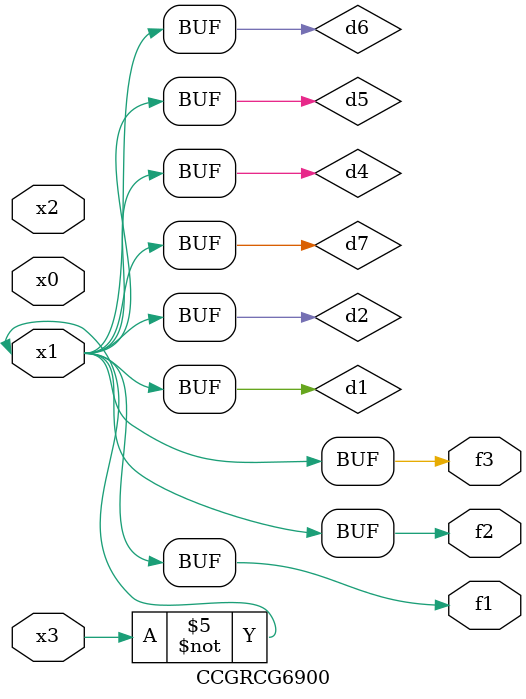
<source format=v>
module CCGRCG6900(
	input x0, x1, x2, x3,
	output f1, f2, f3
);

	wire d1, d2, d3, d4, d5, d6, d7;

	not (d1, x3);
	buf (d2, x1);
	xnor (d3, d1, d2);
	nor (d4, d1);
	buf (d5, d1, d2);
	buf (d6, d4, d5);
	nand (d7, d4);
	assign f1 = d6;
	assign f2 = d7;
	assign f3 = d6;
endmodule

</source>
